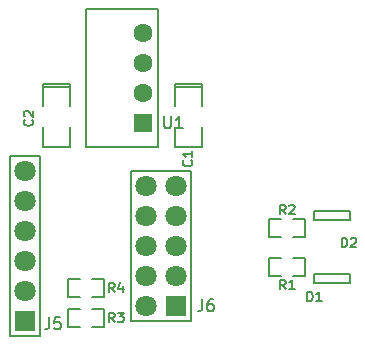
<source format=gbr>
%TF.GenerationSoftware,KiCad,Pcbnew,6.0.11-2627ca5db0~126~ubuntu22.04.1*%
%TF.CreationDate,2023-12-06T09:34:45+01:00*%
%TF.ProjectId,heatervalve-interface,68656174-6572-4766-916c-76652d696e74,A*%
%TF.SameCoordinates,Original*%
%TF.FileFunction,Legend,Top*%
%TF.FilePolarity,Positive*%
%FSLAX46Y46*%
G04 Gerber Fmt 4.6, Leading zero omitted, Abs format (unit mm)*
G04 Created by KiCad (PCBNEW 6.0.11-2627ca5db0~126~ubuntu22.04.1) date 2023-12-06 09:34:45*
%MOMM*%
%LPD*%
G01*
G04 APERTURE LIST*
%ADD10C,0.150000*%
%ADD11R,1.800000X1.800000*%
%ADD12C,1.800000*%
%ADD13R,1.600000X1.600000*%
%ADD14C,1.600000*%
G04 APERTURE END LIST*
D10*
%TO.C,J6*%
X123618666Y-106132380D02*
X123618666Y-106846666D01*
X123571047Y-106989523D01*
X123475809Y-107084761D01*
X123332952Y-107132380D01*
X123237714Y-107132380D01*
X124523428Y-106132380D02*
X124332952Y-106132380D01*
X124237714Y-106180000D01*
X124190095Y-106227619D01*
X124094857Y-106370476D01*
X124047238Y-106560952D01*
X124047238Y-106941904D01*
X124094857Y-107037142D01*
X124142476Y-107084761D01*
X124237714Y-107132380D01*
X124428190Y-107132380D01*
X124523428Y-107084761D01*
X124571047Y-107037142D01*
X124618666Y-106941904D01*
X124618666Y-106703809D01*
X124571047Y-106608571D01*
X124523428Y-106560952D01*
X124428190Y-106513333D01*
X124237714Y-106513333D01*
X124142476Y-106560952D01*
X124094857Y-106608571D01*
X124047238Y-106703809D01*
%TO.C,D2*%
X135426523Y-101707904D02*
X135426523Y-100907904D01*
X135617000Y-100907904D01*
X135731285Y-100946000D01*
X135807476Y-101022190D01*
X135845571Y-101098380D01*
X135883666Y-101250761D01*
X135883666Y-101365047D01*
X135845571Y-101517428D01*
X135807476Y-101593619D01*
X135731285Y-101669809D01*
X135617000Y-101707904D01*
X135426523Y-101707904D01*
X136188428Y-100984095D02*
X136226523Y-100946000D01*
X136302714Y-100907904D01*
X136493190Y-100907904D01*
X136569380Y-100946000D01*
X136607476Y-100984095D01*
X136645571Y-101060285D01*
X136645571Y-101136476D01*
X136607476Y-101250761D01*
X136150333Y-101707904D01*
X136645571Y-101707904D01*
%TO.C,C2*%
X109251714Y-90938333D02*
X109289809Y-90976428D01*
X109327904Y-91090714D01*
X109327904Y-91166904D01*
X109289809Y-91281190D01*
X109213619Y-91357380D01*
X109137428Y-91395476D01*
X108985047Y-91433571D01*
X108870761Y-91433571D01*
X108718380Y-91395476D01*
X108642190Y-91357380D01*
X108566000Y-91281190D01*
X108527904Y-91166904D01*
X108527904Y-91090714D01*
X108566000Y-90976428D01*
X108604095Y-90938333D01*
X108604095Y-90633571D02*
X108566000Y-90595476D01*
X108527904Y-90519285D01*
X108527904Y-90328809D01*
X108566000Y-90252619D01*
X108604095Y-90214523D01*
X108680285Y-90176428D01*
X108756476Y-90176428D01*
X108870761Y-90214523D01*
X109327904Y-90671666D01*
X109327904Y-90176428D01*
%TO.C,R2*%
X130676666Y-98913904D02*
X130410000Y-98532952D01*
X130219523Y-98913904D02*
X130219523Y-98113904D01*
X130524285Y-98113904D01*
X130600476Y-98152000D01*
X130638571Y-98190095D01*
X130676666Y-98266285D01*
X130676666Y-98380571D01*
X130638571Y-98456761D01*
X130600476Y-98494857D01*
X130524285Y-98532952D01*
X130219523Y-98532952D01*
X130981428Y-98190095D02*
X131019523Y-98152000D01*
X131095714Y-98113904D01*
X131286190Y-98113904D01*
X131362380Y-98152000D01*
X131400476Y-98190095D01*
X131438571Y-98266285D01*
X131438571Y-98342476D01*
X131400476Y-98456761D01*
X130943333Y-98913904D01*
X131438571Y-98913904D01*
%TO.C,C1*%
X122713714Y-94367333D02*
X122751809Y-94405428D01*
X122789904Y-94519714D01*
X122789904Y-94595904D01*
X122751809Y-94710190D01*
X122675619Y-94786380D01*
X122599428Y-94824476D01*
X122447047Y-94862571D01*
X122332761Y-94862571D01*
X122180380Y-94824476D01*
X122104190Y-94786380D01*
X122028000Y-94710190D01*
X121989904Y-94595904D01*
X121989904Y-94519714D01*
X122028000Y-94405428D01*
X122066095Y-94367333D01*
X122789904Y-93605428D02*
X122789904Y-94062571D01*
X122789904Y-93834000D02*
X121989904Y-93834000D01*
X122104190Y-93910190D01*
X122180380Y-93986380D01*
X122218476Y-94062571D01*
%TO.C,D1*%
X132505523Y-106279904D02*
X132505523Y-105479904D01*
X132696000Y-105479904D01*
X132810285Y-105518000D01*
X132886476Y-105594190D01*
X132924571Y-105670380D01*
X132962666Y-105822761D01*
X132962666Y-105937047D01*
X132924571Y-106089428D01*
X132886476Y-106165619D01*
X132810285Y-106241809D01*
X132696000Y-106279904D01*
X132505523Y-106279904D01*
X133724571Y-106279904D02*
X133267428Y-106279904D01*
X133496000Y-106279904D02*
X133496000Y-105479904D01*
X133419809Y-105594190D01*
X133343619Y-105670380D01*
X133267428Y-105708476D01*
%TO.C,J5*%
X110664666Y-107656380D02*
X110664666Y-108370666D01*
X110617047Y-108513523D01*
X110521809Y-108608761D01*
X110378952Y-108656380D01*
X110283714Y-108656380D01*
X111617047Y-107656380D02*
X111140857Y-107656380D01*
X111093238Y-108132571D01*
X111140857Y-108084952D01*
X111236095Y-108037333D01*
X111474190Y-108037333D01*
X111569428Y-108084952D01*
X111617047Y-108132571D01*
X111664666Y-108227809D01*
X111664666Y-108465904D01*
X111617047Y-108561142D01*
X111569428Y-108608761D01*
X111474190Y-108656380D01*
X111236095Y-108656380D01*
X111140857Y-108608761D01*
X111093238Y-108561142D01*
%TO.C,R1*%
X130676666Y-105263904D02*
X130410000Y-104882952D01*
X130219523Y-105263904D02*
X130219523Y-104463904D01*
X130524285Y-104463904D01*
X130600476Y-104502000D01*
X130638571Y-104540095D01*
X130676666Y-104616285D01*
X130676666Y-104730571D01*
X130638571Y-104806761D01*
X130600476Y-104844857D01*
X130524285Y-104882952D01*
X130219523Y-104882952D01*
X131438571Y-105263904D02*
X130981428Y-105263904D01*
X131210000Y-105263904D02*
X131210000Y-104463904D01*
X131133809Y-104578190D01*
X131057619Y-104654380D01*
X130981428Y-104692476D01*
%TO.C,R4*%
X116198666Y-105517904D02*
X115932000Y-105136952D01*
X115741523Y-105517904D02*
X115741523Y-104717904D01*
X116046285Y-104717904D01*
X116122476Y-104756000D01*
X116160571Y-104794095D01*
X116198666Y-104870285D01*
X116198666Y-104984571D01*
X116160571Y-105060761D01*
X116122476Y-105098857D01*
X116046285Y-105136952D01*
X115741523Y-105136952D01*
X116884380Y-104984571D02*
X116884380Y-105517904D01*
X116693904Y-104679809D02*
X116503428Y-105251238D01*
X116998666Y-105251238D01*
%TO.C,U1*%
X120396095Y-90638380D02*
X120396095Y-91447904D01*
X120443714Y-91543142D01*
X120491333Y-91590761D01*
X120586571Y-91638380D01*
X120777047Y-91638380D01*
X120872285Y-91590761D01*
X120919904Y-91543142D01*
X120967523Y-91447904D01*
X120967523Y-90638380D01*
X121967523Y-91638380D02*
X121396095Y-91638380D01*
X121681809Y-91638380D02*
X121681809Y-90638380D01*
X121586571Y-90781238D01*
X121491333Y-90876476D01*
X121396095Y-90924095D01*
%TO.C,R3*%
X116198666Y-108057904D02*
X115932000Y-107676952D01*
X115741523Y-108057904D02*
X115741523Y-107257904D01*
X116046285Y-107257904D01*
X116122476Y-107296000D01*
X116160571Y-107334095D01*
X116198666Y-107410285D01*
X116198666Y-107524571D01*
X116160571Y-107600761D01*
X116122476Y-107638857D01*
X116046285Y-107676952D01*
X115741523Y-107676952D01*
X116465333Y-107257904D02*
X116960571Y-107257904D01*
X116693904Y-107562666D01*
X116808190Y-107562666D01*
X116884380Y-107600761D01*
X116922476Y-107638857D01*
X116960571Y-107715047D01*
X116960571Y-107905523D01*
X116922476Y-107981714D01*
X116884380Y-108019809D01*
X116808190Y-108057904D01*
X116579619Y-108057904D01*
X116503428Y-108019809D01*
X116465333Y-107981714D01*
%TO.C,J6*%
X122682000Y-107950000D02*
X117602000Y-107950000D01*
X117602000Y-107950000D02*
X117602000Y-95250000D01*
X117602000Y-95250000D02*
X122682000Y-95250000D01*
X122682000Y-95250000D02*
X122682000Y-107950000D01*
%TO.C,D2*%
X136144000Y-98679000D02*
X136144000Y-99441000D01*
X136144000Y-99441000D02*
X133096000Y-99441000D01*
X133096000Y-99441000D02*
X133096000Y-98679000D01*
X133096000Y-98679000D02*
X136144000Y-98679000D01*
%TO.C,C2*%
X112395000Y-89789000D02*
X112395000Y-88138000D01*
X110109000Y-93218000D02*
X110109000Y-91567000D01*
X110109000Y-87884000D02*
X110109000Y-88138000D01*
X112395000Y-91567000D02*
X112395000Y-93218000D01*
X112395000Y-87884000D02*
X110109000Y-87884000D01*
X110109000Y-88138000D02*
X110109000Y-89789000D01*
X112395000Y-88138000D02*
X110109000Y-88138000D01*
X112395000Y-88138000D02*
X112395000Y-87884000D01*
X112395000Y-93218000D02*
X110109000Y-93218000D01*
%TO.C,R2*%
X129286000Y-100838000D02*
X129286000Y-99314000D01*
X131318000Y-99314000D02*
X132334000Y-99314000D01*
X132334000Y-100838000D02*
X131318000Y-100838000D01*
X132334000Y-99314000D02*
X132334000Y-100838000D01*
X130302000Y-100838000D02*
X129286000Y-100838000D01*
X129286000Y-99314000D02*
X130302000Y-99314000D01*
%TO.C,C1*%
X123571000Y-88138000D02*
X123571000Y-87884000D01*
X123571000Y-88138000D02*
X121285000Y-88138000D01*
X123571000Y-89789000D02*
X123571000Y-88138000D01*
X121285000Y-87884000D02*
X121285000Y-88138000D01*
X121285000Y-88138000D02*
X121285000Y-89789000D01*
X123571000Y-93218000D02*
X121285000Y-93218000D01*
X123571000Y-91567000D02*
X123571000Y-93218000D01*
X123571000Y-87884000D02*
X121285000Y-87884000D01*
X121285000Y-93218000D02*
X121285000Y-91567000D01*
%TO.C,D1*%
X133096000Y-104775000D02*
X133096000Y-104013000D01*
X136144000Y-104013000D02*
X136144000Y-104775000D01*
X136144000Y-104775000D02*
X133096000Y-104775000D01*
X133096000Y-104013000D02*
X136144000Y-104013000D01*
%TO.C,J5*%
X107315000Y-93980000D02*
X109855000Y-93980000D01*
X109855000Y-93980000D02*
X109855000Y-109220000D01*
X107315000Y-109220000D02*
X107315000Y-93980000D01*
X109855000Y-109220000D02*
X107315000Y-109220000D01*
%TO.C,R1*%
X131318000Y-102616000D02*
X132334000Y-102616000D01*
X129286000Y-104140000D02*
X129286000Y-102616000D01*
X132334000Y-102616000D02*
X132334000Y-104140000D01*
X130302000Y-104140000D02*
X129286000Y-104140000D01*
X129286000Y-102616000D02*
X130302000Y-102616000D01*
X132334000Y-104140000D02*
X131318000Y-104140000D01*
%TO.C,R4*%
X112268000Y-104394000D02*
X113284000Y-104394000D01*
X114300000Y-104394000D02*
X115316000Y-104394000D01*
X112268000Y-105918000D02*
X112268000Y-104394000D01*
X115316000Y-105918000D02*
X114300000Y-105918000D01*
X115316000Y-104394000D02*
X115316000Y-105918000D01*
X113284000Y-105918000D02*
X112268000Y-105918000D01*
%TO.C,U1*%
X119888000Y-81534000D02*
X113792000Y-81534000D01*
X113792000Y-93218000D02*
X119888000Y-93218000D01*
X113792000Y-81534000D02*
X113792000Y-93218000D01*
X119888000Y-93218000D02*
X119888000Y-81534000D01*
%TO.C,R3*%
X114300000Y-106934000D02*
X115316000Y-106934000D01*
X115316000Y-106934000D02*
X115316000Y-108458000D01*
X115316000Y-108458000D02*
X114300000Y-108458000D01*
X112268000Y-106934000D02*
X113284000Y-106934000D01*
X112268000Y-108458000D02*
X112268000Y-106934000D01*
X113284000Y-108458000D02*
X112268000Y-108458000D01*
%TD*%
D11*
%TO.C,J6*%
X121412000Y-106680000D03*
D12*
X118872000Y-106680000D03*
X121412000Y-104140000D03*
X118872000Y-104140000D03*
X121412000Y-101600000D03*
X118872000Y-101600000D03*
X121412000Y-99060000D03*
X118872000Y-99060000D03*
X121412000Y-96520000D03*
X118872000Y-96520000D03*
%TD*%
D11*
%TO.C,J5*%
X108585000Y-107950000D03*
D12*
X108585000Y-105410000D03*
X108585000Y-102870000D03*
X108585000Y-100330000D03*
X108585000Y-97790000D03*
X108585000Y-95250000D03*
%TD*%
D13*
%TO.C,U1*%
X118618000Y-91186000D03*
D14*
X118618000Y-88646000D03*
X118618000Y-86106000D03*
X118618000Y-83566000D03*
%TD*%
M02*

</source>
